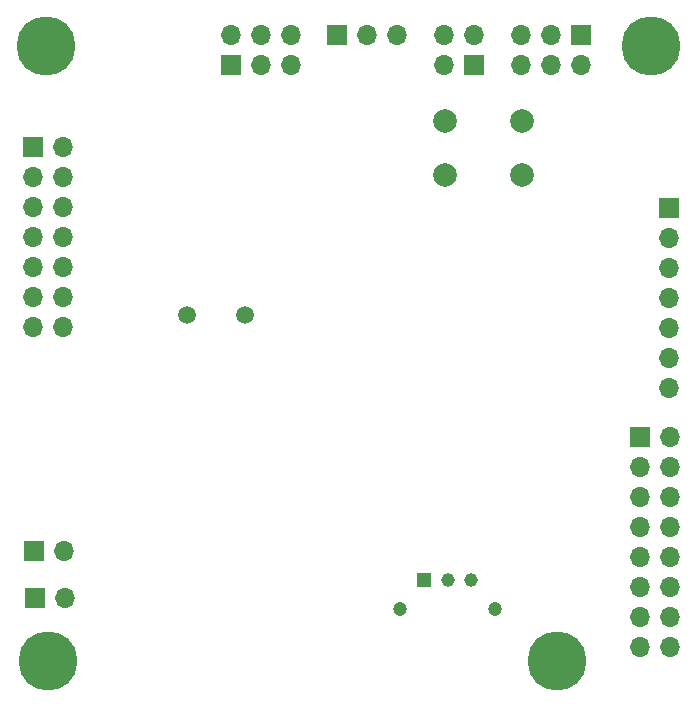
<source format=gbr>
%TF.GenerationSoftware,KiCad,Pcbnew,(6.0.1)*%
%TF.CreationDate,2022-01-20T11:15:23+01:00*%
%TF.ProjectId,LogicBoard_Avr,4c6f6769-6342-46f6-9172-645f4176722e,rev?*%
%TF.SameCoordinates,Original*%
%TF.FileFunction,Soldermask,Bot*%
%TF.FilePolarity,Negative*%
%FSLAX46Y46*%
G04 Gerber Fmt 4.6, Leading zero omitted, Abs format (unit mm)*
G04 Created by KiCad (PCBNEW (6.0.1)) date 2022-01-20 11:15:23*
%MOMM*%
%LPD*%
G01*
G04 APERTURE LIST*
%ADD10C,1.200000*%
%ADD11R,1.150000X1.150000*%
%ADD12C,1.150000*%
%ADD13R,1.700000X1.700000*%
%ADD14O,1.700000X1.700000*%
%ADD15C,5.000000*%
%ADD16C,0.800000*%
%ADD17C,2.000000*%
%ADD18C,1.500000*%
G04 APERTURE END LIST*
D10*
%TO.C,J10*%
X153250002Y-120100000D03*
X161249985Y-120100000D03*
D11*
X155250000Y-117700000D03*
D12*
X157250001Y-117700000D03*
X159250000Y-117700000D03*
%TD*%
D13*
%TO.C,J11*%
X122300000Y-119200000D03*
D14*
X124840000Y-119200000D03*
%TD*%
D13*
%TO.C,J2*%
X147860000Y-71525000D03*
D14*
X150400000Y-71525000D03*
X152940000Y-71525000D03*
%TD*%
D13*
%TO.C,J6*%
X138875000Y-74075000D03*
D14*
X138875000Y-71535000D03*
X141415000Y-74075000D03*
X141415000Y-71535000D03*
X143955000Y-74075000D03*
X143955000Y-71535000D03*
%TD*%
D13*
%TO.C,J12*%
X122225000Y-115200000D03*
D14*
X124765000Y-115200000D03*
%TD*%
D15*
%TO.C,H2*%
X174500000Y-72500000D03*
D16*
X176375000Y-72500000D03*
X172625000Y-72500000D03*
X174500000Y-70625000D03*
X173174175Y-73825825D03*
X173174175Y-71174175D03*
X175825825Y-71174175D03*
X174500000Y-74375000D03*
X175825825Y-73825825D03*
%TD*%
D17*
%TO.C,SW1*%
X163500000Y-78850000D03*
X157000000Y-78850000D03*
X163500000Y-83350000D03*
X157000000Y-83350000D03*
%TD*%
D16*
%TO.C,H4*%
X124700825Y-125825825D03*
X121500000Y-124500000D03*
X124700825Y-123174175D03*
X122049175Y-125825825D03*
X123375000Y-122625000D03*
X125250000Y-124500000D03*
X123375000Y-126375000D03*
D15*
X123375000Y-124500000D03*
D16*
X122049175Y-123174175D03*
%TD*%
D15*
%TO.C,H3*%
X166500000Y-124500000D03*
D16*
X166500000Y-122625000D03*
X168375000Y-124500000D03*
X167825825Y-123174175D03*
X166500000Y-126375000D03*
X167825825Y-125825825D03*
X165174175Y-123174175D03*
X165174175Y-125825825D03*
X164625000Y-124500000D03*
%TD*%
%TO.C,H1*%
X121924175Y-73825825D03*
X125125000Y-72500000D03*
X123250000Y-70625000D03*
X121375000Y-72500000D03*
X124575825Y-73825825D03*
X121924175Y-71174175D03*
D15*
X123250000Y-72500000D03*
D16*
X123250000Y-74375000D03*
X124575825Y-71174175D03*
%TD*%
D13*
%TO.C,J1*%
X159467500Y-74075000D03*
D14*
X156927500Y-74075000D03*
X159467500Y-71535000D03*
X156927500Y-71535000D03*
%TD*%
D13*
%TO.C,J4*%
X176000000Y-86200000D03*
D14*
X176000000Y-88740000D03*
X176000000Y-91280000D03*
X176000000Y-93820000D03*
X176000000Y-96360000D03*
X176000000Y-98900000D03*
X176000000Y-101440000D03*
%TD*%
D13*
%TO.C,J9*%
X173525000Y-105525000D03*
D14*
X176065000Y-105525000D03*
X173525000Y-108065000D03*
X176065000Y-108065000D03*
X173525000Y-110605000D03*
X176065000Y-110605000D03*
X173525000Y-113145000D03*
X176065000Y-113145000D03*
X173525000Y-115685000D03*
X176065000Y-115685000D03*
X173525000Y-118225000D03*
X176065000Y-118225000D03*
X173525000Y-120765000D03*
X176065000Y-120765000D03*
X173525000Y-123305000D03*
X176065000Y-123305000D03*
%TD*%
D13*
%TO.C,J3*%
X122125000Y-80975000D03*
D14*
X124665000Y-80975000D03*
X122125000Y-83515000D03*
X124665000Y-83515000D03*
X122125000Y-86055000D03*
X124665000Y-86055000D03*
X122125000Y-88595000D03*
X124665000Y-88595000D03*
X122125000Y-91135000D03*
X124665000Y-91135000D03*
X122125000Y-93675000D03*
X124665000Y-93675000D03*
X122125000Y-96215000D03*
X124665000Y-96215000D03*
%TD*%
D13*
%TO.C,J5*%
X168525000Y-71525000D03*
D14*
X168525000Y-74065000D03*
X165985000Y-71525000D03*
X165985000Y-74065000D03*
X163445000Y-71525000D03*
X163445000Y-74065000D03*
%TD*%
D18*
%TO.C,Y1*%
X135150000Y-95200000D03*
X140050000Y-95200000D03*
%TD*%
M02*

</source>
